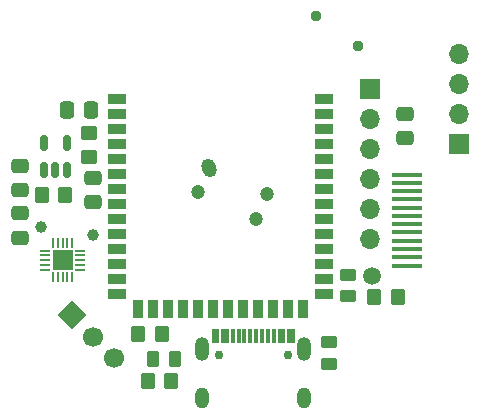
<source format=gbr>
%TF.GenerationSoftware,KiCad,Pcbnew,8.0.1*%
%TF.CreationDate,2024-05-06T20:31:10+02:00*%
%TF.ProjectId,smartknob,736d6172-746b-46e6-9f62-2e6b69636164,rev?*%
%TF.SameCoordinates,Original*%
%TF.FileFunction,Soldermask,Top*%
%TF.FilePolarity,Negative*%
%FSLAX46Y46*%
G04 Gerber Fmt 4.6, Leading zero omitted, Abs format (unit mm)*
G04 Created by KiCad (PCBNEW 8.0.1) date 2024-05-06 20:31:10*
%MOMM*%
%LPD*%
G01*
G04 APERTURE LIST*
G04 Aperture macros list*
%AMRoundRect*
0 Rectangle with rounded corners*
0 $1 Rounding radius*
0 $2 $3 $4 $5 $6 $7 $8 $9 X,Y pos of 4 corners*
0 Add a 4 corners polygon primitive as box body*
4,1,4,$2,$3,$4,$5,$6,$7,$8,$9,$2,$3,0*
0 Add four circle primitives for the rounded corners*
1,1,$1+$1,$2,$3*
1,1,$1+$1,$4,$5*
1,1,$1+$1,$6,$7*
1,1,$1+$1,$8,$9*
0 Add four rect primitives between the rounded corners*
20,1,$1+$1,$2,$3,$4,$5,0*
20,1,$1+$1,$4,$5,$6,$7,0*
20,1,$1+$1,$6,$7,$8,$9,0*
20,1,$1+$1,$8,$9,$2,$3,0*%
%AMHorizOval*
0 Thick line with rounded ends*
0 $1 width*
0 $2 $3 position (X,Y) of the first rounded end (center of the circle)*
0 $4 $5 position (X,Y) of the second rounded end (center of the circle)*
0 Add line between two ends*
20,1,$1,$2,$3,$4,$5,0*
0 Add two circle primitives to create the rounded ends*
1,1,$1,$2,$3*
1,1,$1,$4,$5*%
%AMRotRect*
0 Rectangle, with rotation*
0 The origin of the aperture is its center*
0 $1 length*
0 $2 width*
0 $3 Rotation angle, in degrees counterclockwise*
0 Add horizontal line*
21,1,$1,$2,0,0,$3*%
G04 Aperture macros list end*
%ADD10RoundRect,0.150000X0.150000X-0.512500X0.150000X0.512500X-0.150000X0.512500X-0.150000X-0.512500X0*%
%ADD11RoundRect,0.250000X-0.475000X0.337500X-0.475000X-0.337500X0.475000X-0.337500X0.475000X0.337500X0*%
%ADD12RoundRect,0.250000X-0.450000X0.262500X-0.450000X-0.262500X0.450000X-0.262500X0.450000X0.262500X0*%
%ADD13RoundRect,0.250000X-0.262500X-0.450000X0.262500X-0.450000X0.262500X0.450000X-0.262500X0.450000X0*%
%ADD14RoundRect,0.250000X-0.350000X-0.450000X0.350000X-0.450000X0.350000X0.450000X-0.350000X0.450000X0*%
%ADD15C,1.000000*%
%ADD16C,0.750000*%
%ADD17O,1.200000X2.000000*%
%ADD18O,1.200000X1.800000*%
%ADD19R,0.300000X1.300000*%
%ADD20RoundRect,0.250000X0.450000X-0.350000X0.450000X0.350000X-0.450000X0.350000X-0.450000X-0.350000X0*%
%ADD21RoundRect,0.250000X0.475000X-0.337500X0.475000X0.337500X-0.475000X0.337500X-0.475000X-0.337500X0*%
%ADD22R,2.500000X0.350000*%
%ADD23RoundRect,0.250000X0.350000X0.450000X-0.350000X0.450000X-0.350000X-0.450000X0.350000X-0.450000X0*%
%ADD24RoundRect,0.050000X0.362500X0.050000X-0.362500X0.050000X-0.362500X-0.050000X0.362500X-0.050000X0*%
%ADD25RoundRect,0.050000X0.050000X0.362500X-0.050000X0.362500X-0.050000X-0.362500X0.050000X-0.362500X0*%
%ADD26R,1.700000X1.700000*%
%ADD27C,1.500000*%
%ADD28R,1.500000X0.900000*%
%ADD29R,0.900000X1.500000*%
%ADD30RoundRect,0.250000X0.450000X-0.262500X0.450000X0.262500X-0.450000X0.262500X-0.450000X-0.262500X0*%
%ADD31O,1.700000X1.700000*%
%ADD32RoundRect,0.250000X-0.337500X-0.475000X0.337500X-0.475000X0.337500X0.475000X-0.337500X0.475000X0*%
%ADD33HorizOval,1.200000X0.068404X-0.187939X-0.068404X0.187939X0*%
%ADD34HorizOval,1.200000X0.000000X0.000000X0.000000X0.000000X0*%
%ADD35C,0.950000*%
%ADD36RotRect,1.700000X1.700000X225.000000*%
%ADD37HorizOval,1.700000X0.000000X0.000000X0.000000X0.000000X0*%
G04 APERTURE END LIST*
D10*
%TO.C,U2*%
X99050000Y-77537500D03*
X100000000Y-77537500D03*
X100950000Y-77537500D03*
X100950000Y-75262500D03*
X99050000Y-75262500D03*
%TD*%
D11*
%TO.C,C7*%
X97000000Y-81162500D03*
X97000000Y-83237500D03*
%TD*%
D12*
%TO.C,R19*%
X124800000Y-86387500D03*
X124800000Y-88212500D03*
%TD*%
D13*
%TO.C,R5*%
X108300000Y-93500000D03*
X110125000Y-93500000D03*
%TD*%
D14*
%TO.C,R9*%
X127000000Y-88300000D03*
X129000000Y-88300000D03*
%TD*%
D15*
%TO.C,TP2*%
X103200000Y-83000000D03*
%TD*%
%TO.C,TP4*%
X98800000Y-82300000D03*
%TD*%
D16*
%TO.C,U3*%
X113850000Y-93145500D03*
X119650000Y-93145500D03*
D17*
X112425000Y-92645500D03*
D18*
X112425000Y-96845500D03*
D17*
X121075000Y-92645500D03*
D18*
X121075000Y-96845500D03*
D19*
X113400000Y-91577500D03*
X114200000Y-91577500D03*
X115500000Y-91577500D03*
X116500000Y-91577500D03*
X117000000Y-91577500D03*
X118000000Y-91577500D03*
X119300000Y-91577500D03*
X120100000Y-91577500D03*
X119800000Y-91577500D03*
X119000000Y-91577500D03*
X118500000Y-91577500D03*
X117500000Y-91577500D03*
X116000000Y-91577500D03*
X115000000Y-91577500D03*
X114500000Y-91577500D03*
X113700000Y-91577500D03*
%TD*%
D20*
%TO.C,R1*%
X102800000Y-76400000D03*
X102800000Y-74400000D03*
%TD*%
D21*
%TO.C,C1*%
X103200000Y-80237500D03*
X103200000Y-78162500D03*
%TD*%
D22*
%TO.C,U9*%
X129800000Y-77900000D03*
X129800000Y-78600000D03*
X129800000Y-79300000D03*
X129800000Y-80000000D03*
X129800000Y-80700000D03*
X129800000Y-81400000D03*
X129800000Y-82100000D03*
X129800000Y-82800000D03*
X129800000Y-83500000D03*
X129800000Y-84200000D03*
X129800000Y-84900000D03*
X129800000Y-85600000D03*
%TD*%
D23*
%TO.C,R8*%
X109800000Y-95400000D03*
X107800000Y-95400000D03*
%TD*%
D24*
%TO.C,U7*%
X102062500Y-85937500D03*
X102062500Y-85537500D03*
X102062500Y-85137500D03*
X102062500Y-84737500D03*
X102062500Y-84337500D03*
D25*
X101400000Y-83675000D03*
X101000000Y-83675000D03*
X100600000Y-83675000D03*
X100200000Y-83675000D03*
X99800000Y-83675000D03*
D24*
X99137500Y-84337500D03*
X99137500Y-84737500D03*
X99137500Y-85137500D03*
X99137500Y-85537500D03*
X99137500Y-85937500D03*
D25*
X99800000Y-86600000D03*
X100200000Y-86600000D03*
X100600000Y-86600000D03*
X101000000Y-86600000D03*
X101400000Y-86600000D03*
D26*
X100600000Y-85137500D03*
%TD*%
D27*
%TO.C,BOT*%
X126800000Y-86500000D03*
%TD*%
D14*
%TO.C,R7*%
X107000000Y-91400000D03*
X109000000Y-91400000D03*
%TD*%
D28*
%TO.C,U1*%
X105250000Y-71490000D03*
X105250000Y-72760000D03*
X105250000Y-74030000D03*
X105250000Y-75300000D03*
X105250000Y-76570000D03*
X105250000Y-77840000D03*
X105250000Y-79110000D03*
X105250000Y-80380000D03*
X105250000Y-81650000D03*
X105250000Y-82920000D03*
X105250000Y-84190000D03*
X105250000Y-85460000D03*
X105250000Y-86730000D03*
X105250000Y-88000000D03*
D29*
X107015000Y-89250000D03*
X108285000Y-89250000D03*
X109555000Y-89250000D03*
X110825000Y-89250000D03*
X112095000Y-89250000D03*
X113365000Y-89250000D03*
X114635000Y-89250000D03*
X115905000Y-89250000D03*
X117175000Y-89250000D03*
X118445000Y-89250000D03*
X119715000Y-89250000D03*
X120985000Y-89250000D03*
D28*
X122750000Y-88000000D03*
X122750000Y-86730000D03*
X122750000Y-85460000D03*
X122750000Y-84190000D03*
X122750000Y-82920000D03*
X122750000Y-81650000D03*
X122750000Y-80380000D03*
X122750000Y-79110000D03*
X122750000Y-77840000D03*
X122750000Y-76570000D03*
X122750000Y-75300000D03*
X122750000Y-74030000D03*
X122750000Y-72760000D03*
X122750000Y-71490000D03*
%TD*%
D21*
%TO.C,C6*%
X129600000Y-74837500D03*
X129600000Y-72762500D03*
%TD*%
D30*
%TO.C,R6*%
X123200000Y-93912500D03*
X123200000Y-92087500D03*
%TD*%
D23*
%TO.C,R4*%
X100850000Y-79600000D03*
X98850000Y-79600000D03*
%TD*%
D26*
%TO.C,J4*%
X134200000Y-75320000D03*
D31*
X134200000Y-72780000D03*
X134200000Y-70240000D03*
X134200000Y-67700000D03*
%TD*%
D11*
%TO.C,C2*%
X97000000Y-77162500D03*
X97000000Y-79237500D03*
%TD*%
D32*
%TO.C,C4*%
X100962500Y-72400000D03*
X103037500Y-72400000D03*
%TD*%
D33*
%TO.C,Ur1*%
X113029202Y-77301466D03*
D34*
X117899712Y-79572620D03*
X116943435Y-81623360D03*
X112072927Y-79352205D03*
%TD*%
D26*
%TO.C,J1*%
X126600000Y-70650000D03*
D31*
X126600000Y-73190000D03*
X126600000Y-75730000D03*
X126600000Y-78270000D03*
X126600000Y-80810000D03*
X126600000Y-83350000D03*
%TD*%
D35*
%TO.C,SW2*%
X122036353Y-64432289D03*
X125596029Y-67018545D03*
%TD*%
D36*
%TO.C,J2*%
X101403949Y-89814555D03*
D37*
X103200000Y-91610606D03*
X104996051Y-93406657D03*
%TD*%
M02*

</source>
